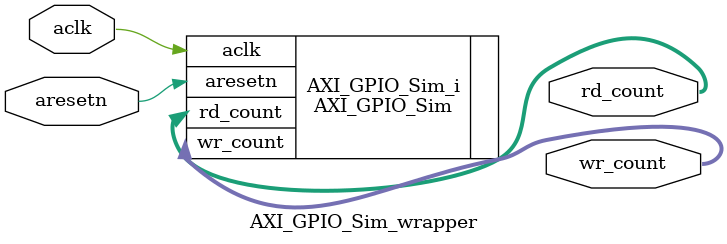
<source format=v>
`timescale 1 ps / 1 ps

module AXI_GPIO_Sim_wrapper
   (aclk,
    aresetn,
    rd_count,
    wr_count);
  input aclk;
  input aresetn;
  output [15:0]rd_count;
  output [15:0]wr_count;

  wire aclk;
  wire aresetn;
  wire [15:0]rd_count;
  wire [15:0]wr_count;

  AXI_GPIO_Sim AXI_GPIO_Sim_i
       (.aclk(aclk),
        .aresetn(aresetn),
        .rd_count(rd_count),
        .wr_count(wr_count));
endmodule

</source>
